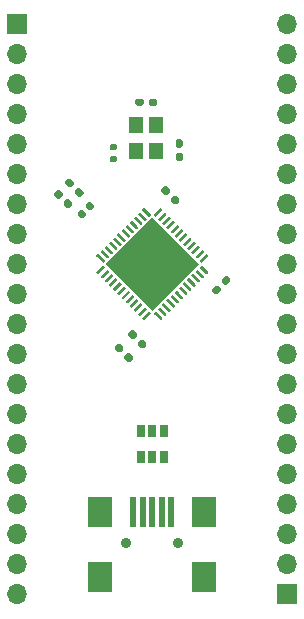
<source format=gbr>
%TF.GenerationSoftware,KiCad,Pcbnew,5.1.9-73d0e3b20d~88~ubuntu20.04.1*%
%TF.CreationDate,2021-03-30T20:26:41-06:00*%
%TF.ProjectId,STM32F411CE,53544d33-3246-4343-9131-43452e6b6963,rev?*%
%TF.SameCoordinates,Original*%
%TF.FileFunction,Soldermask,Top*%
%TF.FilePolarity,Negative*%
%FSLAX46Y46*%
G04 Gerber Fmt 4.6, Leading zero omitted, Abs format (unit mm)*
G04 Created by KiCad (PCBNEW 5.1.9-73d0e3b20d~88~ubuntu20.04.1) date 2021-03-30 20:26:41*
%MOMM*%
%LPD*%
G01*
G04 APERTURE LIST*
%ADD10O,1.700000X1.700000*%
%ADD11R,1.700000X1.700000*%
%ADD12R,1.200000X1.400000*%
%ADD13C,0.100000*%
%ADD14R,0.650000X1.060000*%
%ADD15C,0.900000*%
%ADD16R,0.500000X2.500000*%
%ADD17R,2.000000X2.500000*%
G04 APERTURE END LIST*
D10*
%TO.C,J3*%
X36626800Y-13766800D03*
X36626800Y-16306800D03*
X36626800Y-18846800D03*
X36626800Y-21386800D03*
X36626800Y-23926800D03*
X36626800Y-26466800D03*
X36626800Y-29006800D03*
X36626800Y-31546800D03*
X36626800Y-34086800D03*
X36626800Y-36626800D03*
X36626800Y-39166800D03*
X36626800Y-41706800D03*
X36626800Y-44246800D03*
X36626800Y-46786800D03*
X36626800Y-49326800D03*
X36626800Y-51866800D03*
X36626800Y-54406800D03*
X36626800Y-56946800D03*
X36626800Y-59486800D03*
D11*
X36626800Y-62026800D03*
%TD*%
D10*
%TO.C,J2*%
X13766800Y-62026800D03*
X13766800Y-59486800D03*
X13766800Y-56946800D03*
X13766800Y-54406800D03*
X13766800Y-51866800D03*
X13766800Y-49326800D03*
X13766800Y-46786800D03*
X13766800Y-44246800D03*
X13766800Y-41706800D03*
X13766800Y-39166800D03*
X13766800Y-36626800D03*
X13766800Y-34086800D03*
X13766800Y-31546800D03*
X13766800Y-29006800D03*
X13766800Y-26466800D03*
X13766800Y-23926800D03*
X13766800Y-21386800D03*
X13766800Y-18846800D03*
X13766800Y-16306800D03*
D11*
X13766800Y-13766800D03*
%TD*%
%TO.C,L1*%
G36*
G01*
X19301673Y-29539875D02*
X19545625Y-29783827D01*
G75*
G02*
X19545625Y-29992423I-104298J-104298D01*
G01*
X19337029Y-30201019D01*
G75*
G02*
X19128433Y-30201019I-104298J104298D01*
G01*
X18884481Y-29957067D01*
G75*
G02*
X18884481Y-29748471I104298J104298D01*
G01*
X19093077Y-29539875D01*
G75*
G02*
X19301673Y-29539875I104298J-104298D01*
G01*
G37*
G36*
G01*
X19987567Y-28853981D02*
X20231519Y-29097933D01*
G75*
G02*
X20231519Y-29306529I-104298J-104298D01*
G01*
X20022923Y-29515125D01*
G75*
G02*
X19814327Y-29515125I-104298J104298D01*
G01*
X19570375Y-29271173D01*
G75*
G02*
X19570375Y-29062577I104298J104298D01*
G01*
X19778971Y-28853981D01*
G75*
G02*
X19987567Y-28853981I104298J-104298D01*
G01*
G37*
%TD*%
%TO.C,C2*%
G36*
G01*
X18637319Y-27873522D02*
X18856522Y-27654319D01*
G75*
G02*
X19075726Y-27654319I109602J-109602D01*
G01*
X19376247Y-27954840D01*
G75*
G02*
X19376247Y-28174044I-109602J-109602D01*
G01*
X19157044Y-28393247D01*
G75*
G02*
X18937840Y-28393247I-109602J109602D01*
G01*
X18637319Y-28092726D01*
G75*
G02*
X18637319Y-27873522I109602J109602D01*
G01*
G37*
G36*
G01*
X17834753Y-27070956D02*
X18053956Y-26851753D01*
G75*
G02*
X18273160Y-26851753I109602J-109602D01*
G01*
X18573681Y-27152274D01*
G75*
G02*
X18573681Y-27371478I-109602J-109602D01*
G01*
X18354478Y-27590681D01*
G75*
G02*
X18135274Y-27590681I-109602J109602D01*
G01*
X17834753Y-27290160D01*
G75*
G02*
X17834753Y-27070956I109602J109602D01*
G01*
G37*
%TD*%
%TO.C,C1*%
G36*
G01*
X17679702Y-28820905D02*
X17898905Y-28601702D01*
G75*
G02*
X18118109Y-28601702I109602J-109602D01*
G01*
X18418630Y-28902223D01*
G75*
G02*
X18418630Y-29121427I-109602J-109602D01*
G01*
X18199427Y-29340630D01*
G75*
G02*
X17980223Y-29340630I-109602J109602D01*
G01*
X17679702Y-29040109D01*
G75*
G02*
X17679702Y-28820905I109602J109602D01*
G01*
G37*
G36*
G01*
X16877136Y-28018339D02*
X17096339Y-27799136D01*
G75*
G02*
X17315543Y-27799136I109602J-109602D01*
G01*
X17616064Y-28099657D01*
G75*
G02*
X17616064Y-28318861I-109602J-109602D01*
G01*
X17396861Y-28538064D01*
G75*
G02*
X17177657Y-28538064I-109602J109602D01*
G01*
X16877136Y-28237543D01*
G75*
G02*
X16877136Y-28018339I109602J109602D01*
G01*
G37*
%TD*%
D12*
%TO.C,Y1*%
X23838800Y-24518800D03*
X23838800Y-22318800D03*
X25538800Y-22318800D03*
X25538800Y-24518800D03*
%TD*%
%TO.C,R7*%
G36*
G01*
X22079800Y-24448800D02*
X21709800Y-24448800D01*
G75*
G02*
X21574800Y-24313800I0J135000D01*
G01*
X21574800Y-24043800D01*
G75*
G02*
X21709800Y-23908800I135000J0D01*
G01*
X22079800Y-23908800D01*
G75*
G02*
X22214800Y-24043800I0J-135000D01*
G01*
X22214800Y-24313800D01*
G75*
G02*
X22079800Y-24448800I-135000J0D01*
G01*
G37*
G36*
G01*
X22079800Y-25468800D02*
X21709800Y-25468800D01*
G75*
G02*
X21574800Y-25333800I0J135000D01*
G01*
X21574800Y-25063800D01*
G75*
G02*
X21709800Y-24928800I135000J0D01*
G01*
X22079800Y-24928800D01*
G75*
G02*
X22214800Y-25063800I0J-135000D01*
G01*
X22214800Y-25333800D01*
G75*
G02*
X22079800Y-25468800I-135000J0D01*
G01*
G37*
%TD*%
%TO.C,C9*%
G36*
G01*
X23958619Y-40687822D02*
X24177822Y-40468619D01*
G75*
G02*
X24397026Y-40468619I109602J-109602D01*
G01*
X24697547Y-40769140D01*
G75*
G02*
X24697547Y-40988344I-109602J-109602D01*
G01*
X24478344Y-41207547D01*
G75*
G02*
X24259140Y-41207547I-109602J109602D01*
G01*
X23958619Y-40907026D01*
G75*
G02*
X23958619Y-40687822I109602J109602D01*
G01*
G37*
G36*
G01*
X23156053Y-39885256D02*
X23375256Y-39666053D01*
G75*
G02*
X23594460Y-39666053I109602J-109602D01*
G01*
X23894981Y-39966574D01*
G75*
G02*
X23894981Y-40185778I-109602J-109602D01*
G01*
X23675778Y-40404981D01*
G75*
G02*
X23456574Y-40404981I-109602J109602D01*
G01*
X23156053Y-40104460D01*
G75*
G02*
X23156053Y-39885256I109602J109602D01*
G01*
G37*
%TD*%
%TO.C,C8*%
G36*
G01*
X30787778Y-35896619D02*
X31006981Y-36115822D01*
G75*
G02*
X31006981Y-36335026I-109602J-109602D01*
G01*
X30706460Y-36635547D01*
G75*
G02*
X30487256Y-36635547I-109602J109602D01*
G01*
X30268053Y-36416344D01*
G75*
G02*
X30268053Y-36197140I109602J109602D01*
G01*
X30568574Y-35896619D01*
G75*
G02*
X30787778Y-35896619I109602J-109602D01*
G01*
G37*
G36*
G01*
X31590344Y-35094053D02*
X31809547Y-35313256D01*
G75*
G02*
X31809547Y-35532460I-109602J-109602D01*
G01*
X31509026Y-35832981D01*
G75*
G02*
X31289822Y-35832981I-109602J109602D01*
G01*
X31070619Y-35613778D01*
G75*
G02*
X31070619Y-35394574I109602J109602D01*
G01*
X31371140Y-35094053D01*
G75*
G02*
X31590344Y-35094053I109602J-109602D01*
G01*
G37*
%TD*%
%TO.C,C7*%
G36*
G01*
X26752619Y-28495822D02*
X26971822Y-28276619D01*
G75*
G02*
X27191026Y-28276619I109602J-109602D01*
G01*
X27491547Y-28577140D01*
G75*
G02*
X27491547Y-28796344I-109602J-109602D01*
G01*
X27272344Y-29015547D01*
G75*
G02*
X27053140Y-29015547I-109602J109602D01*
G01*
X26752619Y-28715026D01*
G75*
G02*
X26752619Y-28495822I109602J109602D01*
G01*
G37*
G36*
G01*
X25950053Y-27693256D02*
X26169256Y-27474053D01*
G75*
G02*
X26388460Y-27474053I109602J-109602D01*
G01*
X26688981Y-27774574D01*
G75*
G02*
X26688981Y-27993778I-109602J-109602D01*
G01*
X26469778Y-28212981D01*
G75*
G02*
X26250574Y-28212981I-109602J109602D01*
G01*
X25950053Y-27912460D01*
G75*
G02*
X25950053Y-27693256I109602J109602D01*
G01*
G37*
%TD*%
%TO.C,C5*%
G36*
G01*
X24488800Y-20215800D02*
X24488800Y-20525800D01*
G75*
G02*
X24333800Y-20680800I-155000J0D01*
G01*
X23908800Y-20680800D01*
G75*
G02*
X23753800Y-20525800I0J155000D01*
G01*
X23753800Y-20215800D01*
G75*
G02*
X23908800Y-20060800I155000J0D01*
G01*
X24333800Y-20060800D01*
G75*
G02*
X24488800Y-20215800I0J-155000D01*
G01*
G37*
G36*
G01*
X25623800Y-20215800D02*
X25623800Y-20525800D01*
G75*
G02*
X25468800Y-20680800I-155000J0D01*
G01*
X25043800Y-20680800D01*
G75*
G02*
X24888800Y-20525800I0J155000D01*
G01*
X24888800Y-20215800D01*
G75*
G02*
X25043800Y-20060800I155000J0D01*
G01*
X25468800Y-20060800D01*
G75*
G02*
X25623800Y-20215800I0J-155000D01*
G01*
G37*
%TD*%
%TO.C,C4*%
G36*
G01*
X22815619Y-41830822D02*
X23034822Y-41611619D01*
G75*
G02*
X23254026Y-41611619I109602J-109602D01*
G01*
X23554547Y-41912140D01*
G75*
G02*
X23554547Y-42131344I-109602J-109602D01*
G01*
X23335344Y-42350547D01*
G75*
G02*
X23116140Y-42350547I-109602J109602D01*
G01*
X22815619Y-42050026D01*
G75*
G02*
X22815619Y-41830822I109602J109602D01*
G01*
G37*
G36*
G01*
X22013053Y-41028256D02*
X22232256Y-40809053D01*
G75*
G02*
X22451460Y-40809053I109602J-109602D01*
G01*
X22751981Y-41109574D01*
G75*
G02*
X22751981Y-41328778I-109602J-109602D01*
G01*
X22532778Y-41547981D01*
G75*
G02*
X22313574Y-41547981I-109602J109602D01*
G01*
X22013053Y-41247460D01*
G75*
G02*
X22013053Y-41028256I109602J109602D01*
G01*
G37*
%TD*%
%TO.C,C3*%
G36*
G01*
X27327800Y-24634800D02*
X27637800Y-24634800D01*
G75*
G02*
X27792800Y-24789800I0J-155000D01*
G01*
X27792800Y-25214800D01*
G75*
G02*
X27637800Y-25369800I-155000J0D01*
G01*
X27327800Y-25369800D01*
G75*
G02*
X27172800Y-25214800I0J155000D01*
G01*
X27172800Y-24789800D01*
G75*
G02*
X27327800Y-24634800I155000J0D01*
G01*
G37*
G36*
G01*
X27327800Y-23499800D02*
X27637800Y-23499800D01*
G75*
G02*
X27792800Y-23654800I0J-155000D01*
G01*
X27792800Y-24079800D01*
G75*
G02*
X27637800Y-24234800I-155000J0D01*
G01*
X27327800Y-24234800D01*
G75*
G02*
X27172800Y-24079800I0J155000D01*
G01*
X27172800Y-23654800D01*
G75*
G02*
X27327800Y-23499800I155000J0D01*
G01*
G37*
%TD*%
D13*
%TO.C,U3*%
G36*
X21237002Y-34086800D02*
G01*
X25196800Y-30127002D01*
X29156598Y-34086800D01*
X25196800Y-38046598D01*
X21237002Y-34086800D01*
G37*
G36*
G01*
X25329383Y-29888354D02*
X25859713Y-29358024D01*
G75*
G02*
X25948101Y-29358024I44194J-44194D01*
G01*
X26036489Y-29446412D01*
G75*
G02*
X26036489Y-29534800I-44194J-44194D01*
G01*
X25506159Y-30065130D01*
G75*
G02*
X25417771Y-30065130I-44194J44194D01*
G01*
X25329383Y-29976742D01*
G75*
G02*
X25329383Y-29888354I44194J44194D01*
G01*
G37*
G36*
G01*
X25682936Y-30241907D02*
X26213266Y-29711577D01*
G75*
G02*
X26301654Y-29711577I44194J-44194D01*
G01*
X26390042Y-29799965D01*
G75*
G02*
X26390042Y-29888353I-44194J-44194D01*
G01*
X25859712Y-30418683D01*
G75*
G02*
X25771324Y-30418683I-44194J44194D01*
G01*
X25682936Y-30330295D01*
G75*
G02*
X25682936Y-30241907I44194J44194D01*
G01*
G37*
G36*
G01*
X26036490Y-30595461D02*
X26566820Y-30065131D01*
G75*
G02*
X26655208Y-30065131I44194J-44194D01*
G01*
X26743596Y-30153519D01*
G75*
G02*
X26743596Y-30241907I-44194J-44194D01*
G01*
X26213266Y-30772237D01*
G75*
G02*
X26124878Y-30772237I-44194J44194D01*
G01*
X26036490Y-30683849D01*
G75*
G02*
X26036490Y-30595461I44194J44194D01*
G01*
G37*
G36*
G01*
X26390043Y-30949014D02*
X26920373Y-30418684D01*
G75*
G02*
X27008761Y-30418684I44194J-44194D01*
G01*
X27097149Y-30507072D01*
G75*
G02*
X27097149Y-30595460I-44194J-44194D01*
G01*
X26566819Y-31125790D01*
G75*
G02*
X26478431Y-31125790I-44194J44194D01*
G01*
X26390043Y-31037402D01*
G75*
G02*
X26390043Y-30949014I44194J44194D01*
G01*
G37*
G36*
G01*
X26743596Y-31302567D02*
X27273926Y-30772237D01*
G75*
G02*
X27362314Y-30772237I44194J-44194D01*
G01*
X27450702Y-30860625D01*
G75*
G02*
X27450702Y-30949013I-44194J-44194D01*
G01*
X26920372Y-31479343D01*
G75*
G02*
X26831984Y-31479343I-44194J44194D01*
G01*
X26743596Y-31390955D01*
G75*
G02*
X26743596Y-31302567I44194J44194D01*
G01*
G37*
G36*
G01*
X27097150Y-31656121D02*
X27627480Y-31125791D01*
G75*
G02*
X27715868Y-31125791I44194J-44194D01*
G01*
X27804256Y-31214179D01*
G75*
G02*
X27804256Y-31302567I-44194J-44194D01*
G01*
X27273926Y-31832897D01*
G75*
G02*
X27185538Y-31832897I-44194J44194D01*
G01*
X27097150Y-31744509D01*
G75*
G02*
X27097150Y-31656121I44194J44194D01*
G01*
G37*
G36*
G01*
X27450703Y-32009674D02*
X27981033Y-31479344D01*
G75*
G02*
X28069421Y-31479344I44194J-44194D01*
G01*
X28157809Y-31567732D01*
G75*
G02*
X28157809Y-31656120I-44194J-44194D01*
G01*
X27627479Y-32186450D01*
G75*
G02*
X27539091Y-32186450I-44194J44194D01*
G01*
X27450703Y-32098062D01*
G75*
G02*
X27450703Y-32009674I44194J44194D01*
G01*
G37*
G36*
G01*
X27804257Y-32363228D02*
X28334587Y-31832898D01*
G75*
G02*
X28422975Y-31832898I44194J-44194D01*
G01*
X28511363Y-31921286D01*
G75*
G02*
X28511363Y-32009674I-44194J-44194D01*
G01*
X27981033Y-32540004D01*
G75*
G02*
X27892645Y-32540004I-44194J44194D01*
G01*
X27804257Y-32451616D01*
G75*
G02*
X27804257Y-32363228I44194J44194D01*
G01*
G37*
G36*
G01*
X28157810Y-32716781D02*
X28688140Y-32186451D01*
G75*
G02*
X28776528Y-32186451I44194J-44194D01*
G01*
X28864916Y-32274839D01*
G75*
G02*
X28864916Y-32363227I-44194J-44194D01*
G01*
X28334586Y-32893557D01*
G75*
G02*
X28246198Y-32893557I-44194J44194D01*
G01*
X28157810Y-32805169D01*
G75*
G02*
X28157810Y-32716781I44194J44194D01*
G01*
G37*
G36*
G01*
X28511363Y-33070334D02*
X29041693Y-32540004D01*
G75*
G02*
X29130081Y-32540004I44194J-44194D01*
G01*
X29218469Y-32628392D01*
G75*
G02*
X29218469Y-32716780I-44194J-44194D01*
G01*
X28688139Y-33247110D01*
G75*
G02*
X28599751Y-33247110I-44194J44194D01*
G01*
X28511363Y-33158722D01*
G75*
G02*
X28511363Y-33070334I44194J44194D01*
G01*
G37*
G36*
G01*
X28864917Y-33423888D02*
X29395247Y-32893558D01*
G75*
G02*
X29483635Y-32893558I44194J-44194D01*
G01*
X29572023Y-32981946D01*
G75*
G02*
X29572023Y-33070334I-44194J-44194D01*
G01*
X29041693Y-33600664D01*
G75*
G02*
X28953305Y-33600664I-44194J44194D01*
G01*
X28864917Y-33512276D01*
G75*
G02*
X28864917Y-33423888I44194J44194D01*
G01*
G37*
G36*
G01*
X29218470Y-33777441D02*
X29748800Y-33247111D01*
G75*
G02*
X29837188Y-33247111I44194J-44194D01*
G01*
X29925576Y-33335499D01*
G75*
G02*
X29925576Y-33423887I-44194J-44194D01*
G01*
X29395246Y-33954217D01*
G75*
G02*
X29306858Y-33954217I-44194J44194D01*
G01*
X29218470Y-33865829D01*
G75*
G02*
X29218470Y-33777441I44194J44194D01*
G01*
G37*
G36*
G01*
X29218470Y-34307771D02*
X29306858Y-34219383D01*
G75*
G02*
X29395246Y-34219383I44194J-44194D01*
G01*
X29925576Y-34749713D01*
G75*
G02*
X29925576Y-34838101I-44194J-44194D01*
G01*
X29837188Y-34926489D01*
G75*
G02*
X29748800Y-34926489I-44194J44194D01*
G01*
X29218470Y-34396159D01*
G75*
G02*
X29218470Y-34307771I44194J44194D01*
G01*
G37*
G36*
G01*
X28864917Y-34661324D02*
X28953305Y-34572936D01*
G75*
G02*
X29041693Y-34572936I44194J-44194D01*
G01*
X29572023Y-35103266D01*
G75*
G02*
X29572023Y-35191654I-44194J-44194D01*
G01*
X29483635Y-35280042D01*
G75*
G02*
X29395247Y-35280042I-44194J44194D01*
G01*
X28864917Y-34749712D01*
G75*
G02*
X28864917Y-34661324I44194J44194D01*
G01*
G37*
G36*
G01*
X28511363Y-35014878D02*
X28599751Y-34926490D01*
G75*
G02*
X28688139Y-34926490I44194J-44194D01*
G01*
X29218469Y-35456820D01*
G75*
G02*
X29218469Y-35545208I-44194J-44194D01*
G01*
X29130081Y-35633596D01*
G75*
G02*
X29041693Y-35633596I-44194J44194D01*
G01*
X28511363Y-35103266D01*
G75*
G02*
X28511363Y-35014878I44194J44194D01*
G01*
G37*
G36*
G01*
X28157810Y-35368431D02*
X28246198Y-35280043D01*
G75*
G02*
X28334586Y-35280043I44194J-44194D01*
G01*
X28864916Y-35810373D01*
G75*
G02*
X28864916Y-35898761I-44194J-44194D01*
G01*
X28776528Y-35987149D01*
G75*
G02*
X28688140Y-35987149I-44194J44194D01*
G01*
X28157810Y-35456819D01*
G75*
G02*
X28157810Y-35368431I44194J44194D01*
G01*
G37*
G36*
G01*
X27804257Y-35721984D02*
X27892645Y-35633596D01*
G75*
G02*
X27981033Y-35633596I44194J-44194D01*
G01*
X28511363Y-36163926D01*
G75*
G02*
X28511363Y-36252314I-44194J-44194D01*
G01*
X28422975Y-36340702D01*
G75*
G02*
X28334587Y-36340702I-44194J44194D01*
G01*
X27804257Y-35810372D01*
G75*
G02*
X27804257Y-35721984I44194J44194D01*
G01*
G37*
G36*
G01*
X27450703Y-36075538D02*
X27539091Y-35987150D01*
G75*
G02*
X27627479Y-35987150I44194J-44194D01*
G01*
X28157809Y-36517480D01*
G75*
G02*
X28157809Y-36605868I-44194J-44194D01*
G01*
X28069421Y-36694256D01*
G75*
G02*
X27981033Y-36694256I-44194J44194D01*
G01*
X27450703Y-36163926D01*
G75*
G02*
X27450703Y-36075538I44194J44194D01*
G01*
G37*
G36*
G01*
X27097150Y-36429091D02*
X27185538Y-36340703D01*
G75*
G02*
X27273926Y-36340703I44194J-44194D01*
G01*
X27804256Y-36871033D01*
G75*
G02*
X27804256Y-36959421I-44194J-44194D01*
G01*
X27715868Y-37047809D01*
G75*
G02*
X27627480Y-37047809I-44194J44194D01*
G01*
X27097150Y-36517479D01*
G75*
G02*
X27097150Y-36429091I44194J44194D01*
G01*
G37*
G36*
G01*
X26743596Y-36782645D02*
X26831984Y-36694257D01*
G75*
G02*
X26920372Y-36694257I44194J-44194D01*
G01*
X27450702Y-37224587D01*
G75*
G02*
X27450702Y-37312975I-44194J-44194D01*
G01*
X27362314Y-37401363D01*
G75*
G02*
X27273926Y-37401363I-44194J44194D01*
G01*
X26743596Y-36871033D01*
G75*
G02*
X26743596Y-36782645I44194J44194D01*
G01*
G37*
G36*
G01*
X26390043Y-37136198D02*
X26478431Y-37047810D01*
G75*
G02*
X26566819Y-37047810I44194J-44194D01*
G01*
X27097149Y-37578140D01*
G75*
G02*
X27097149Y-37666528I-44194J-44194D01*
G01*
X27008761Y-37754916D01*
G75*
G02*
X26920373Y-37754916I-44194J44194D01*
G01*
X26390043Y-37224586D01*
G75*
G02*
X26390043Y-37136198I44194J44194D01*
G01*
G37*
G36*
G01*
X26036490Y-37489751D02*
X26124878Y-37401363D01*
G75*
G02*
X26213266Y-37401363I44194J-44194D01*
G01*
X26743596Y-37931693D01*
G75*
G02*
X26743596Y-38020081I-44194J-44194D01*
G01*
X26655208Y-38108469D01*
G75*
G02*
X26566820Y-38108469I-44194J44194D01*
G01*
X26036490Y-37578139D01*
G75*
G02*
X26036490Y-37489751I44194J44194D01*
G01*
G37*
G36*
G01*
X25682936Y-37843305D02*
X25771324Y-37754917D01*
G75*
G02*
X25859712Y-37754917I44194J-44194D01*
G01*
X26390042Y-38285247D01*
G75*
G02*
X26390042Y-38373635I-44194J-44194D01*
G01*
X26301654Y-38462023D01*
G75*
G02*
X26213266Y-38462023I-44194J44194D01*
G01*
X25682936Y-37931693D01*
G75*
G02*
X25682936Y-37843305I44194J44194D01*
G01*
G37*
G36*
G01*
X25329383Y-38196858D02*
X25417771Y-38108470D01*
G75*
G02*
X25506159Y-38108470I44194J-44194D01*
G01*
X26036489Y-38638800D01*
G75*
G02*
X26036489Y-38727188I-44194J-44194D01*
G01*
X25948101Y-38815576D01*
G75*
G02*
X25859713Y-38815576I-44194J44194D01*
G01*
X25329383Y-38285246D01*
G75*
G02*
X25329383Y-38196858I44194J44194D01*
G01*
G37*
G36*
G01*
X24357111Y-38638800D02*
X24887441Y-38108470D01*
G75*
G02*
X24975829Y-38108470I44194J-44194D01*
G01*
X25064217Y-38196858D01*
G75*
G02*
X25064217Y-38285246I-44194J-44194D01*
G01*
X24533887Y-38815576D01*
G75*
G02*
X24445499Y-38815576I-44194J44194D01*
G01*
X24357111Y-38727188D01*
G75*
G02*
X24357111Y-38638800I44194J44194D01*
G01*
G37*
G36*
G01*
X24003558Y-38285247D02*
X24533888Y-37754917D01*
G75*
G02*
X24622276Y-37754917I44194J-44194D01*
G01*
X24710664Y-37843305D01*
G75*
G02*
X24710664Y-37931693I-44194J-44194D01*
G01*
X24180334Y-38462023D01*
G75*
G02*
X24091946Y-38462023I-44194J44194D01*
G01*
X24003558Y-38373635D01*
G75*
G02*
X24003558Y-38285247I44194J44194D01*
G01*
G37*
G36*
G01*
X23650004Y-37931693D02*
X24180334Y-37401363D01*
G75*
G02*
X24268722Y-37401363I44194J-44194D01*
G01*
X24357110Y-37489751D01*
G75*
G02*
X24357110Y-37578139I-44194J-44194D01*
G01*
X23826780Y-38108469D01*
G75*
G02*
X23738392Y-38108469I-44194J44194D01*
G01*
X23650004Y-38020081D01*
G75*
G02*
X23650004Y-37931693I44194J44194D01*
G01*
G37*
G36*
G01*
X23296451Y-37578140D02*
X23826781Y-37047810D01*
G75*
G02*
X23915169Y-37047810I44194J-44194D01*
G01*
X24003557Y-37136198D01*
G75*
G02*
X24003557Y-37224586I-44194J-44194D01*
G01*
X23473227Y-37754916D01*
G75*
G02*
X23384839Y-37754916I-44194J44194D01*
G01*
X23296451Y-37666528D01*
G75*
G02*
X23296451Y-37578140I44194J44194D01*
G01*
G37*
G36*
G01*
X22942898Y-37224587D02*
X23473228Y-36694257D01*
G75*
G02*
X23561616Y-36694257I44194J-44194D01*
G01*
X23650004Y-36782645D01*
G75*
G02*
X23650004Y-36871033I-44194J-44194D01*
G01*
X23119674Y-37401363D01*
G75*
G02*
X23031286Y-37401363I-44194J44194D01*
G01*
X22942898Y-37312975D01*
G75*
G02*
X22942898Y-37224587I44194J44194D01*
G01*
G37*
G36*
G01*
X22589344Y-36871033D02*
X23119674Y-36340703D01*
G75*
G02*
X23208062Y-36340703I44194J-44194D01*
G01*
X23296450Y-36429091D01*
G75*
G02*
X23296450Y-36517479I-44194J-44194D01*
G01*
X22766120Y-37047809D01*
G75*
G02*
X22677732Y-37047809I-44194J44194D01*
G01*
X22589344Y-36959421D01*
G75*
G02*
X22589344Y-36871033I44194J44194D01*
G01*
G37*
G36*
G01*
X22235791Y-36517480D02*
X22766121Y-35987150D01*
G75*
G02*
X22854509Y-35987150I44194J-44194D01*
G01*
X22942897Y-36075538D01*
G75*
G02*
X22942897Y-36163926I-44194J-44194D01*
G01*
X22412567Y-36694256D01*
G75*
G02*
X22324179Y-36694256I-44194J44194D01*
G01*
X22235791Y-36605868D01*
G75*
G02*
X22235791Y-36517480I44194J44194D01*
G01*
G37*
G36*
G01*
X21882237Y-36163926D02*
X22412567Y-35633596D01*
G75*
G02*
X22500955Y-35633596I44194J-44194D01*
G01*
X22589343Y-35721984D01*
G75*
G02*
X22589343Y-35810372I-44194J-44194D01*
G01*
X22059013Y-36340702D01*
G75*
G02*
X21970625Y-36340702I-44194J44194D01*
G01*
X21882237Y-36252314D01*
G75*
G02*
X21882237Y-36163926I44194J44194D01*
G01*
G37*
G36*
G01*
X21528684Y-35810373D02*
X22059014Y-35280043D01*
G75*
G02*
X22147402Y-35280043I44194J-44194D01*
G01*
X22235790Y-35368431D01*
G75*
G02*
X22235790Y-35456819I-44194J-44194D01*
G01*
X21705460Y-35987149D01*
G75*
G02*
X21617072Y-35987149I-44194J44194D01*
G01*
X21528684Y-35898761D01*
G75*
G02*
X21528684Y-35810373I44194J44194D01*
G01*
G37*
G36*
G01*
X21175131Y-35456820D02*
X21705461Y-34926490D01*
G75*
G02*
X21793849Y-34926490I44194J-44194D01*
G01*
X21882237Y-35014878D01*
G75*
G02*
X21882237Y-35103266I-44194J-44194D01*
G01*
X21351907Y-35633596D01*
G75*
G02*
X21263519Y-35633596I-44194J44194D01*
G01*
X21175131Y-35545208D01*
G75*
G02*
X21175131Y-35456820I44194J44194D01*
G01*
G37*
G36*
G01*
X20821577Y-35103266D02*
X21351907Y-34572936D01*
G75*
G02*
X21440295Y-34572936I44194J-44194D01*
G01*
X21528683Y-34661324D01*
G75*
G02*
X21528683Y-34749712I-44194J-44194D01*
G01*
X20998353Y-35280042D01*
G75*
G02*
X20909965Y-35280042I-44194J44194D01*
G01*
X20821577Y-35191654D01*
G75*
G02*
X20821577Y-35103266I44194J44194D01*
G01*
G37*
G36*
G01*
X20468024Y-34749713D02*
X20998354Y-34219383D01*
G75*
G02*
X21086742Y-34219383I44194J-44194D01*
G01*
X21175130Y-34307771D01*
G75*
G02*
X21175130Y-34396159I-44194J-44194D01*
G01*
X20644800Y-34926489D01*
G75*
G02*
X20556412Y-34926489I-44194J44194D01*
G01*
X20468024Y-34838101D01*
G75*
G02*
X20468024Y-34749713I44194J44194D01*
G01*
G37*
G36*
G01*
X20468024Y-33335499D02*
X20556412Y-33247111D01*
G75*
G02*
X20644800Y-33247111I44194J-44194D01*
G01*
X21175130Y-33777441D01*
G75*
G02*
X21175130Y-33865829I-44194J-44194D01*
G01*
X21086742Y-33954217D01*
G75*
G02*
X20998354Y-33954217I-44194J44194D01*
G01*
X20468024Y-33423887D01*
G75*
G02*
X20468024Y-33335499I44194J44194D01*
G01*
G37*
G36*
G01*
X20821577Y-32981946D02*
X20909965Y-32893558D01*
G75*
G02*
X20998353Y-32893558I44194J-44194D01*
G01*
X21528683Y-33423888D01*
G75*
G02*
X21528683Y-33512276I-44194J-44194D01*
G01*
X21440295Y-33600664D01*
G75*
G02*
X21351907Y-33600664I-44194J44194D01*
G01*
X20821577Y-33070334D01*
G75*
G02*
X20821577Y-32981946I44194J44194D01*
G01*
G37*
G36*
G01*
X21175131Y-32628392D02*
X21263519Y-32540004D01*
G75*
G02*
X21351907Y-32540004I44194J-44194D01*
G01*
X21882237Y-33070334D01*
G75*
G02*
X21882237Y-33158722I-44194J-44194D01*
G01*
X21793849Y-33247110D01*
G75*
G02*
X21705461Y-33247110I-44194J44194D01*
G01*
X21175131Y-32716780D01*
G75*
G02*
X21175131Y-32628392I44194J44194D01*
G01*
G37*
G36*
G01*
X21528684Y-32274839D02*
X21617072Y-32186451D01*
G75*
G02*
X21705460Y-32186451I44194J-44194D01*
G01*
X22235790Y-32716781D01*
G75*
G02*
X22235790Y-32805169I-44194J-44194D01*
G01*
X22147402Y-32893557D01*
G75*
G02*
X22059014Y-32893557I-44194J44194D01*
G01*
X21528684Y-32363227D01*
G75*
G02*
X21528684Y-32274839I44194J44194D01*
G01*
G37*
G36*
G01*
X21882237Y-31921286D02*
X21970625Y-31832898D01*
G75*
G02*
X22059013Y-31832898I44194J-44194D01*
G01*
X22589343Y-32363228D01*
G75*
G02*
X22589343Y-32451616I-44194J-44194D01*
G01*
X22500955Y-32540004D01*
G75*
G02*
X22412567Y-32540004I-44194J44194D01*
G01*
X21882237Y-32009674D01*
G75*
G02*
X21882237Y-31921286I44194J44194D01*
G01*
G37*
G36*
G01*
X22235791Y-31567732D02*
X22324179Y-31479344D01*
G75*
G02*
X22412567Y-31479344I44194J-44194D01*
G01*
X22942897Y-32009674D01*
G75*
G02*
X22942897Y-32098062I-44194J-44194D01*
G01*
X22854509Y-32186450D01*
G75*
G02*
X22766121Y-32186450I-44194J44194D01*
G01*
X22235791Y-31656120D01*
G75*
G02*
X22235791Y-31567732I44194J44194D01*
G01*
G37*
G36*
G01*
X22589344Y-31214179D02*
X22677732Y-31125791D01*
G75*
G02*
X22766120Y-31125791I44194J-44194D01*
G01*
X23296450Y-31656121D01*
G75*
G02*
X23296450Y-31744509I-44194J-44194D01*
G01*
X23208062Y-31832897D01*
G75*
G02*
X23119674Y-31832897I-44194J44194D01*
G01*
X22589344Y-31302567D01*
G75*
G02*
X22589344Y-31214179I44194J44194D01*
G01*
G37*
G36*
G01*
X22942898Y-30860625D02*
X23031286Y-30772237D01*
G75*
G02*
X23119674Y-30772237I44194J-44194D01*
G01*
X23650004Y-31302567D01*
G75*
G02*
X23650004Y-31390955I-44194J-44194D01*
G01*
X23561616Y-31479343D01*
G75*
G02*
X23473228Y-31479343I-44194J44194D01*
G01*
X22942898Y-30949013D01*
G75*
G02*
X22942898Y-30860625I44194J44194D01*
G01*
G37*
G36*
G01*
X23296451Y-30507072D02*
X23384839Y-30418684D01*
G75*
G02*
X23473227Y-30418684I44194J-44194D01*
G01*
X24003557Y-30949014D01*
G75*
G02*
X24003557Y-31037402I-44194J-44194D01*
G01*
X23915169Y-31125790D01*
G75*
G02*
X23826781Y-31125790I-44194J44194D01*
G01*
X23296451Y-30595460D01*
G75*
G02*
X23296451Y-30507072I44194J44194D01*
G01*
G37*
G36*
G01*
X23650004Y-30153519D02*
X23738392Y-30065131D01*
G75*
G02*
X23826780Y-30065131I44194J-44194D01*
G01*
X24357110Y-30595461D01*
G75*
G02*
X24357110Y-30683849I-44194J-44194D01*
G01*
X24268722Y-30772237D01*
G75*
G02*
X24180334Y-30772237I-44194J44194D01*
G01*
X23650004Y-30241907D01*
G75*
G02*
X23650004Y-30153519I44194J44194D01*
G01*
G37*
G36*
G01*
X24003558Y-29799965D02*
X24091946Y-29711577D01*
G75*
G02*
X24180334Y-29711577I44194J-44194D01*
G01*
X24710664Y-30241907D01*
G75*
G02*
X24710664Y-30330295I-44194J-44194D01*
G01*
X24622276Y-30418683D01*
G75*
G02*
X24533888Y-30418683I-44194J44194D01*
G01*
X24003558Y-29888353D01*
G75*
G02*
X24003558Y-29799965I44194J44194D01*
G01*
G37*
G36*
G01*
X24357111Y-29446412D02*
X24445499Y-29358024D01*
G75*
G02*
X24533887Y-29358024I44194J-44194D01*
G01*
X25064217Y-29888354D01*
G75*
G02*
X25064217Y-29976742I-44194J-44194D01*
G01*
X24975829Y-30065130D01*
G75*
G02*
X24887441Y-30065130I-44194J44194D01*
G01*
X24357111Y-29534800D01*
G75*
G02*
X24357111Y-29446412I44194J44194D01*
G01*
G37*
%TD*%
D14*
%TO.C,U2*%
X25196800Y-50426800D03*
X26146800Y-50426800D03*
X24246800Y-50426800D03*
X24246800Y-48226800D03*
X25196800Y-48226800D03*
X26146800Y-48226800D03*
%TD*%
D15*
%TO.C,J1*%
X27396800Y-57708800D03*
X22996800Y-57708800D03*
D16*
X26796800Y-55108800D03*
X25996800Y-55108800D03*
X25196800Y-55108800D03*
X24396800Y-55108800D03*
X23596800Y-55108800D03*
D17*
X29596800Y-55108800D03*
X20796800Y-55108800D03*
X29596800Y-60608800D03*
X20796800Y-60608800D03*
%TD*%
M02*

</source>
